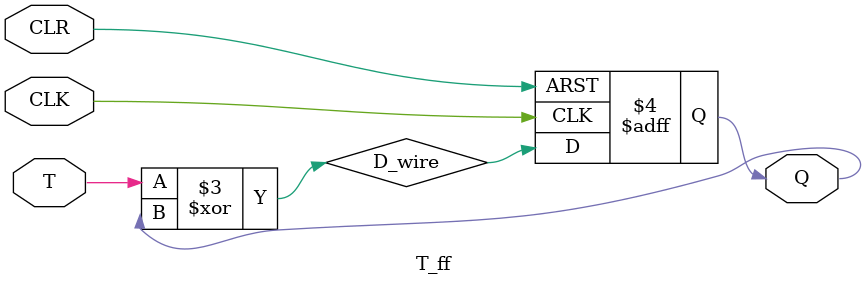
<source format=v>


module clock_tree_design (
    clk,
    t,
    clr_n,
    sel,
    mux_out
);

  input [5:0] clk;
  input [1:0] sel;
  input t, clr_n;


  output reg [19:0] mux_out;
  wire [4:0] SQ0;
  wire [4:0] SQ1;
  wire [4:0] SQ2;
  wire [4:0] SQ3;
  wire [4:0] SQ4;
  wire [4:0] SQ5;
  wire [4:0] SQ6;
  wire [4:0] SQ7;
  wire [4:0] SQ8;
  wire [4:0] SQ9;
  wire [4:0] SQ10;
  wire [4:0] SQ11;
  wire [4:0] SQ12;
  wire [4:0] SQ13;
  wire [4:0] SQ14;
  wire [4:0] SQ15;


  T_ff I0 (
      .CLK(clk[0]),
      .CLR(clr_n),
      .T  (t),
      .Q  (SQ0[0])
  );
  T_ff I1 (
      .CLK(clk[1]),
      .CLR(clr_n),
      .T  (t),
      .Q  (SQ0[1])
  );
  T_ff I2 (
      .CLK(clk[2]),
      .CLR(clr_n),
      .T  (t),
      .Q  (SQ0[2])
  );
  T_ff I3 (
      .CLK(clk[3]),
      .CLR(clr_n),
      .T  (t),
      .Q  (SQ0[3])
  );
  T_ff I4 (
      .CLK(clk[4]),
      .CLR(clr_n),
      .T  (t),
      .Q  (SQ0[4])
  );
  T_ff I5 (
      .CLK(clk[0]),
      .CLR(clr_n),
      .T  (t),
      .Q  (SQ1[0])
  );
  T_ff I6 (
      .CLK(clk[1]),
      .CLR(clr_n),
      .T  (t),
      .Q  (SQ1[1])
  );
  T_ff I7 (
      .CLK(clk[2]),
      .CLR(clr_n),
      .T  (t),
      .Q  (SQ1[2])
  );
  T_ff I8 (
      .CLK(clk[3]),
      .CLR(clr_n),
      .T  (t),
      .Q  (SQ1[3])
  );
  T_ff I9 (
      .CLK(clk[4]),
      .CLR(clr_n),
      .T  (t),
      .Q  (SQ1[4])
  );
  T_ff I10 (
      .CLK(clk[0]),
      .CLR(clr_n),
      .T  (t),
      .Q  (SQ2[0])
  );
  T_ff I11 (
      .CLK(clk[1]),
      .CLR(clr_n),
      .T  (t),
      .Q  (SQ2[1])
  );
  T_ff I12 (
      .CLK(clk[2]),
      .CLR(clr_n),
      .T  (t),
      .Q  (SQ2[2])
  );
  T_ff I13 (
      .CLK(clk[3]),
      .CLR(clr_n),
      .T  (t),
      .Q  (SQ2[3])
  );
  T_ff I14 (
      .CLK(clk[4]),
      .CLR(clr_n),
      .T  (t),
      .Q  (SQ2[4])
  );
  T_ff I15 (
      .CLK(clk[0]),
      .CLR(clr_n),
      .T  (t),
      .Q  (SQ3[0])
  );
  T_ff I16 (
      .CLK(clk[1]),
      .CLR(clr_n),
      .T  (t),
      .Q  (SQ3[1])
  );
  T_ff I17 (
      .CLK(clk[2]),
      .CLR(clr_n),
      .T  (t),
      .Q  (SQ3[2])
  );
  T_ff I18 (
      .CLK(clk[3]),
      .CLR(clr_n),
      .T  (t),
      .Q  (SQ3[3])
  );
  T_ff I19 (
      .CLK(clk[4]),
      .CLR(clr_n),
      .T  (t),
      .Q  (SQ3[4])
  );
  T_ff I20 (
      .CLK(clk[0]),
      .CLR(clr_n),
      .T  (t),
      .Q  (SQ4[0])
  );
  T_ff I21 (
      .CLK(clk[1]),
      .CLR(clr_n),
      .T  (t),
      .Q  (SQ4[1])
  );
  T_ff I22 (
      .CLK(clk[2]),
      .CLR(clr_n),
      .T  (t),
      .Q  (SQ4[2])
  );
  T_ff I23 (
      .CLK(clk[3]),
      .CLR(clr_n),
      .T  (t),
      .Q  (SQ4[3])
  );
  T_ff I24 (
      .CLK(clk[4]),
      .CLR(clr_n),
      .T  (t),
      .Q  (SQ4[4])
  );
  T_ff I25 (
      .CLK(clk[0]),
      .CLR(clr_n),
      .T  (t),
      .Q  (SQ5[0])
  );
  T_ff I26 (
      .CLK(clk[1]),
      .CLR(clr_n),
      .T  (t),
      .Q  (SQ5[1])
  );
  T_ff I27 (
      .CLK(clk[2]),
      .CLR(clr_n),
      .T  (t),
      .Q  (SQ5[2])
  );
  T_ff I28 (
      .CLK(clk[3]),
      .CLR(clr_n),
      .T  (t),
      .Q  (SQ5[3])
  );
  T_ff I29 (
      .CLK(clk[4]),
      .CLR(clr_n),
      .T  (t),
      .Q  (SQ5[4])
  );
  T_ff I30 (
      .CLK(clk[0]),
      .CLR(clr_n),
      .T  (t),
      .Q  (SQ6[0])
  );
  T_ff I31 (
      .CLK(clk[1]),
      .CLR(clr_n),
      .T  (t),
      .Q  (SQ6[1])
  );
  T_ff I32 (
      .CLK(clk[2]),
      .CLR(clr_n),
      .T  (t),
      .Q  (SQ6[2])
  );
  T_ff I33 (
      .CLK(clk[3]),
      .CLR(clr_n),
      .T  (t),
      .Q  (SQ6[3])
  );
  T_ff I34 (
      .CLK(clk[4]),
      .CLR(clr_n),
      .T  (t),
      .Q  (SQ6[4])
  );
  T_ff I35 (
      .CLK(clk[0]),
      .CLR(clr_n),
      .T  (t),
      .Q  (SQ7[0])
  );
  T_ff I36 (
      .CLK(clk[1]),
      .CLR(clr_n),
      .T  (t),
      .Q  (SQ7[1])
  );
  T_ff I37 (
      .CLK(clk[2]),
      .CLR(clr_n),
      .T  (t),
      .Q  (SQ7[2])
  );
  T_ff I38 (
      .CLK(clk[3]),
      .CLR(clr_n),
      .T  (t),
      .Q  (SQ7[3])
  );
  T_ff I39 (
      .CLK(clk[4]),
      .CLR(clr_n),
      .T  (t),
      .Q  (SQ7[4])
  );
  T_ff I40 (
      .CLK(clk[0]),
      .CLR(clr_n),
      .T  (t),
      .Q  (SQ8[0])
  );
  T_ff I41 (
      .CLK(clk[1]),
      .CLR(clr_n),
      .T  (t),
      .Q  (SQ8[1])
  );
  T_ff I42 (
      .CLK(clk[2]),
      .CLR(clr_n),
      .T  (t),
      .Q  (SQ8[2])
  );
  T_ff I43 (
      .CLK(clk[3]),
      .CLR(clr_n),
      .T  (t),
      .Q  (SQ8[3])
  );
  T_ff I44 (
      .CLK(clk[4]),
      .CLR(clr_n),
      .T  (t),
      .Q  (SQ8[4])
  );
  T_ff I45 (
      .CLK(clk[0]),
      .CLR(clr_n),
      .T  (t),
      .Q  (SQ9[0])
  );
  T_ff I46 (
      .CLK(clk[1]),
      .CLR(clr_n),
      .T  (t),
      .Q  (SQ9[1])
  );
  T_ff I47 (
      .CLK(clk[2]),
      .CLR(clr_n),
      .T  (t),
      .Q  (SQ9[2])
  );
  T_ff I48 (
      .CLK(clk[3]),
      .CLR(clr_n),
      .T  (t),
      .Q  (SQ9[3])
  );
  T_ff I49 (
      .CLK(clk[4]),
      .CLR(clr_n),
      .T  (t),
      .Q  (SQ9[4])
  );
  T_ff I50 (
      .CLK(clk[0]),
      .CLR(clr_n),
      .T  (t),
      .Q  (SQ10[0])
  );
  T_ff I51 (
      .CLK(clk[1]),
      .CLR(clr_n),
      .T  (t),
      .Q  (SQ10[1])
  );
  T_ff I52 (
      .CLK(clk[2]),
      .CLR(clr_n),
      .T  (t),
      .Q  (SQ10[2])
  );
  T_ff I53 (
      .CLK(clk[3]),
      .CLR(clr_n),
      .T  (t),
      .Q  (SQ10[3])
  );
  T_ff I54 (
      .CLK(clk[4]),
      .CLR(clr_n),
      .T  (t),
      .Q  (SQ10[4])
  );
  T_ff I55 (
      .CLK(clk[0]),
      .CLR(clr_n),
      .T  (t),
      .Q  (SQ11[0])
  );
  T_ff I56 (
      .CLK(clk[1]),
      .CLR(clr_n),
      .T  (t),
      .Q  (SQ11[1])
  );
  T_ff I57 (
      .CLK(clk[2]),
      .CLR(clr_n),
      .T  (t),
      .Q  (SQ11[2])
  );
  T_ff I58 (
      .CLK(clk[3]),
      .CLR(clr_n),
      .T  (t),
      .Q  (SQ11[3])
  );
  T_ff I59 (
      .CLK(clk[4]),
      .CLR(clr_n),
      .T  (t),
      .Q  (SQ11[4])
  );
  T_ff I60 (
      .CLK(clk[0]),
      .CLR(clr_n),
      .T  (t),
      .Q  (SQ12[0])
  );
  T_ff I61 (
      .CLK(clk[1]),
      .CLR(clr_n),
      .T  (t),
      .Q  (SQ12[1])
  );
  T_ff I62 (
      .CLK(clk[2]),
      .CLR(clr_n),
      .T  (t),
      .Q  (SQ12[2])
  );
  T_ff I63 (
      .CLK(clk[3]),
      .CLR(clr_n),
      .T  (t),
      .Q  (SQ12[3])
  );
  T_ff I64 (
      .CLK(clk[4]),
      .CLR(clr_n),
      .T  (t),
      .Q  (SQ12[4])
  );
  T_ff I65 (
      .CLK(clk[0]),
      .CLR(clr_n),
      .T  (t),
      .Q  (SQ13[0])
  );
  T_ff I66 (
      .CLK(clk[1]),
      .CLR(clr_n),
      .T  (t),
      .Q  (SQ13[1])
  );
  T_ff I67 (
      .CLK(clk[2]),
      .CLR(clr_n),
      .T  (t),
      .Q  (SQ13[2])
  );
  T_ff I68 (
      .CLK(clk[3]),
      .CLR(clr_n),
      .T  (t),
      .Q  (SQ13[3])
  );
  T_ff I69 (
      .CLK(clk[4]),
      .CLR(clr_n),
      .T  (t),
      .Q  (SQ13[4])
  );
  T_ff I70 (
      .CLK(clk[0]),
      .CLR(clr_n),
      .T  (t),
      .Q  (SQ14[0])
  );
  T_ff I71 (
      .CLK(clk[1]),
      .CLR(clr_n),
      .T  (t),
      .Q  (SQ14[1])
  );
  T_ff I72 (
      .CLK(clk[2]),
      .CLR(clr_n),
      .T  (t),
      .Q  (SQ14[2])
  );
  T_ff I73 (
      .CLK(clk[3]),
      .CLR(clr_n),
      .T  (t),
      .Q  (SQ14[3])
  );
  T_ff I74 (
      .CLK(clk[4]),
      .CLR(clr_n),
      .T  (t),
      .Q  (SQ14[4])
  );
  T_ff I75 (
      .CLK(clk[5]),
      .CLR(clr_n),
      .T  (t),
      .Q  (SQ15[0])
  );
  T_ff I76 (
      .CLK(clk[5]),
      .CLR(clr_n),
      .T  (t),
      .Q  (SQ15[1])
  );
  T_ff I77 (
      .CLK(clk[5]),
      .CLR(clr_n),
      .T  (t),
      .Q  (SQ15[2])
  );
  T_ff I78 (
      .CLK(clk[5]),
      .CLR(clr_n),
      .T  (t),
      .Q  (SQ15[3])
  );
  T_ff I79 (
      .CLK(clk[5]),
      .CLR(clr_n),
      .T  (t),
      .Q  (SQ15[4])
  );

  always @(SQ0[0] or SQ1[0] or SQ2[0] or SQ3[0] or sel) begin
    case (sel)
      2'b00: mux_out[0] <= SQ0[0] ^ SQ1[0] ^ SQ2[0] ^ SQ3[0];
      2'b01: mux_out[0] <= SQ0[0] & SQ1[0] & SQ2[0] & SQ3[0];
      2'b10: mux_out[0] <= SQ0[0] | SQ1[0] | SQ2[0] | SQ3[0];
      2'b11: mux_out[0] <= 1'b0;
    endcase
  end

  always @(SQ5[0] or SQ6[0] or SQ7[0] or SQ4[0] or sel) begin
    case (sel)
      2'b00: mux_out[1] <= SQ5[0] ^ SQ6[0] ^ SQ7[0] ^ SQ4[0];
      2'b01: mux_out[1] <= SQ5[0] & SQ6[0] & SQ7[0] & SQ4[0];
      2'b10: mux_out[1] <= SQ5[0] | SQ6[0] | SQ7[0] | SQ4[0];
      2'b11: mux_out[1] <= 1'b0;
    endcase
  end

  always @(SQ10[0] or SQ11[0] or SQ9[0] or SQ8[0] or sel) begin
    case (sel)
      2'b00: mux_out[2] <= SQ10[0] ^ SQ11[0] ^ SQ9[0] ^ SQ8[0];
      2'b01: mux_out[2] <= SQ10[0] & SQ11[0] & SQ9[0] & SQ8[0];
      2'b10: mux_out[2] <= SQ10[0] | SQ11[0] | SQ9[0] | SQ8[0];
      2'b11: mux_out[2] <= 1'b0;
    endcase
  end

  always @(SQ14[0] or SQ15[0] or SQ12[0] or SQ13[0] or sel) begin
    case (sel)
      2'b00: mux_out[3] <= SQ14[0] ^ SQ15[0] ^ SQ12[0] ^ SQ13[0];
      2'b01: mux_out[3] <= SQ14[0] & SQ15[0] & SQ12[0] & SQ13[0];
      2'b10: mux_out[3] <= SQ14[0] | SQ15[0] | SQ12[0] | SQ13[0];
      2'b11: mux_out[3] <= 1'b0;
    endcase
  end

  always @(SQ0[1] or SQ1[1] or SQ2[1] or SQ3[1] or sel) begin
    case (sel)
      2'b00: mux_out[4] <= SQ0[1] ^ SQ1[1] ^ SQ2[1] ^ SQ3[1];
      2'b01: mux_out[4] <= SQ0[1] & SQ1[1] & SQ2[1] & SQ3[1];
      2'b10: mux_out[4] <= SQ0[1] | SQ1[1] | SQ2[1] | SQ3[1];
      2'b11: mux_out[4] <= 1'b0;
    endcase
  end

  always @(SQ5[1] or SQ6[1] or SQ7[1] or SQ4[1] or sel) begin
    case (sel)
      2'b00: mux_out[5] <= SQ5[1] ^ SQ6[1] ^ SQ7[1] ^ SQ4[1];
      2'b01: mux_out[5] <= SQ5[1] & SQ6[1] & SQ7[1] & SQ4[1];
      2'b10: mux_out[5] <= SQ5[1] | SQ6[1] | SQ7[1] | SQ4[1];
      2'b11: mux_out[5] <= 1'b0;
    endcase
  end

  always @(SQ10[1] or SQ11[1] or SQ9[1] or SQ8[1] or sel) begin
    case (sel)
      2'b00: mux_out[6] <= SQ10[1] ^ SQ11[1] ^ SQ9[1] ^ SQ8[1];
      2'b01: mux_out[6] <= SQ10[1] & SQ11[1] & SQ9[1] & SQ8[1];
      2'b10: mux_out[6] <= SQ10[1] | SQ11[1] | SQ9[1] | SQ8[1];
      2'b11: mux_out[6] <= 1'b0;
    endcase
  end

  always @(SQ14[1] or SQ15[1] or SQ12[1] or SQ13[1] or sel) begin
    case (sel)
      2'b00: mux_out[7] <= SQ14[1] ^ SQ15[1] ^ SQ12[1] ^ SQ13[1];
      2'b01: mux_out[7] <= SQ14[1] & SQ15[1] & SQ12[1] & SQ13[1];
      2'b10: mux_out[7] <= SQ14[1] | SQ15[1] | SQ12[1] | SQ13[1];
      2'b11: mux_out[7] <= 1'b0;
    endcase
  end


  always @(SQ0[2] or SQ1[2] or SQ2[2] or SQ3[2] or sel) begin
    case (sel)
      2'b00: mux_out[8] <= SQ0[2] ^ SQ1[2] ^ SQ2[2] ^ SQ3[2];
      2'b01: mux_out[8] <= SQ0[2] & SQ1[2] & SQ2[2] & SQ3[2];
      2'b10: mux_out[8] <= SQ0[2] | SQ1[2] | SQ2[2] | SQ3[2];
      2'b11: mux_out[8] <= 1'b0;
    endcase
  end

  always @(SQ5[2] or SQ6[2] or SQ7[2] or SQ4[2] or sel) begin
    case (sel)
      2'b00: mux_out[9] <= SQ5[2] ^ SQ6[2] ^ SQ7[2] ^ SQ4[2];
      2'b01: mux_out[9] <= SQ5[2] & SQ6[2] & SQ7[2] & SQ4[2];
      2'b10: mux_out[9] <= SQ5[2] | SQ6[2] | SQ7[2] | SQ4[2];
      2'b11: mux_out[9] <= 1'b0;
    endcase
  end

  always @(SQ10[2] or SQ11[2] or SQ9[2] or SQ8[2] or sel) begin
    case (sel)
      2'b00: mux_out[10] <= SQ10[2] ^ SQ11[2] ^ SQ9[2] ^ SQ8[2];
      2'b01: mux_out[10] <= SQ10[2] & SQ11[2] & SQ9[2] & SQ8[2];
      2'b10: mux_out[10] <= SQ10[2] | SQ11[2] | SQ9[2] | SQ8[2];
      2'b11: mux_out[10] <= 1'b0;
    endcase
  end

  always @(SQ14[2] or SQ15[2] or SQ12[2] or SQ13[2] or sel) begin
    case (sel)
      2'b00: mux_out[11] <= SQ14[2] ^ SQ15[2] ^ SQ12[2] ^ SQ13[2];
      2'b01: mux_out[11] <= SQ14[2] & SQ15[2] & SQ12[2] & SQ13[2];
      2'b10: mux_out[11] <= SQ14[2] | SQ15[2] | SQ12[2] | SQ13[2];
      2'b11: mux_out[11] <= 1'b0;
    endcase
  end

  always @(SQ0[3] or SQ1[3] or SQ2[3] or SQ3[3] or sel) begin
    case (sel)
      2'b00: mux_out[12] <= SQ0[3] ^ SQ1[3] ^ SQ2[3] ^ SQ3[3];
      2'b01: mux_out[12] <= SQ0[3] & SQ1[3] & SQ2[3] & SQ3[3];
      2'b10: mux_out[12] <= SQ0[3] | SQ1[3] | SQ2[3] | SQ3[3];
      2'b11: mux_out[12] <= 1'b0;
    endcase
  end

  always @(SQ5[3] or SQ6[3] or SQ7[3] or SQ4[3] or sel) begin
    case (sel)
      2'b00: mux_out[13] <= SQ5[3] ^ SQ6[3] ^ SQ7[3] ^ SQ4[3];
      2'b01: mux_out[13] <= SQ5[3] & SQ6[3] & SQ7[3] & SQ4[3];
      2'b10: mux_out[13] <= SQ5[3] | SQ6[3] | SQ7[3] | SQ4[3];
      2'b11: mux_out[13] <= 1'b0;
    endcase
  end

  always @(SQ10[3] or SQ11[3] or SQ9[3] or SQ8[3] or sel) begin
    case (sel)
      2'b00: mux_out[14] <= SQ10[3] ^ SQ11[3] ^ SQ9[3] ^ SQ8[3];
      2'b01: mux_out[14] <= SQ10[3] & SQ11[3] & SQ9[3] & SQ8[3];
      2'b10: mux_out[14] <= SQ10[3] | SQ11[3] | SQ9[3] | SQ8[3];
      2'b11: mux_out[14] <= 1'b0;
    endcase
  end

  always @(SQ14[3] or SQ15[3] or SQ12[3] or SQ13[3] or sel) begin
    case (sel)
      2'b00: mux_out[15] <= SQ14[3] ^ SQ15[3] ^ SQ12[3] ^ SQ13[3];
      2'b01: mux_out[15] <= SQ14[3] & SQ15[3] & SQ12[3] & SQ13[3];
      2'b10: mux_out[15] <= SQ14[3] | SQ15[3] | SQ12[3] | SQ13[3];
      2'b11: mux_out[15] <= 1'b0;
    endcase
  end

  always @(SQ0[4] or SQ1[4] or SQ2[4] or SQ3[4] or sel) begin
    case (sel)
      2'b00: mux_out[16] <= SQ0[4] ^ SQ1[4] ^ SQ2[4] ^ SQ3[4];
      2'b01: mux_out[16] <= SQ0[4] & SQ1[4] & SQ2[4] & SQ3[4];
      2'b10: mux_out[16] <= SQ0[4] | SQ1[4] | SQ2[4] | SQ3[4];
      2'b11: mux_out[16] <= 1'b0;
    endcase
  end

  always @(SQ5[4] or SQ6[4] or SQ7[4] or SQ4[4] or sel) begin
    case (sel)
      2'b00: mux_out[17] <= SQ5[4] ^ SQ6[4] ^ SQ7[4] ^ SQ4[4];
      2'b01: mux_out[17] <= SQ5[4] & SQ6[4] & SQ7[4] & SQ4[4];
      2'b10: mux_out[17] <= SQ5[4] | SQ6[4] | SQ7[4] | SQ4[4];
      2'b11: mux_out[17] <= 1'b0;
    endcase
  end

  always @(SQ10[4] or SQ11[4] or SQ9[4] or SQ8[4] or sel) begin
    case (sel)
      2'b00: mux_out[18] <= SQ10[4] ^ SQ11[4] ^ SQ9[4] ^ SQ8[4];
      2'b01: mux_out[18] <= SQ10[4] & SQ11[4] & SQ9[4] & SQ8[4];
      2'b10: mux_out[18] <= SQ10[4] | SQ11[4] | SQ9[4] | SQ8[4];
      2'b11: mux_out[18] <= 1'b0;
    endcase
  end


  always @(SQ14[4] or SQ15[4] or SQ12[4] or SQ13[4] or sel) begin
    case (sel)
      2'b00: mux_out[19] <= SQ14[4] ^ SQ15[4] ^ SQ12[4] ^ SQ13[4];
      2'b01: mux_out[19] <= SQ14[4] & SQ15[4] & SQ12[4] & SQ13[4];
      2'b10: mux_out[19] <= SQ14[4] | SQ15[4] | SQ12[4] | SQ13[4];
      2'b11: mux_out[19] <= 1'b0;
    endcase
  end
endmodule

//-----------------------------------------------------
// Design Name : T_ff_async_reset
// File Name   : T_ff_async_reset.v
// Function    : T flip-flop async reset
//-----------------------------------------------------
module T_ff (
    CLK,  // Clock Input
    CLR,  // Reset input 
    Q,
    T  // Q output
);
  //-----------Input Ports---------------
  input T, CLK, CLR;

  //-----------Output Ports---------------
  output Q;

  //------------Internal Variables--------
  wire D_wire;
  reg  Q;


  //-------------Code Starts Here---------
  always @(posedge CLK or negedge CLR)
    if (~CLR) begin
      Q <= 1'b0;
    end else begin
      Q <= D_wire;
    end

  assign D_wire = T ^ Q;

endmodule  //


</source>
